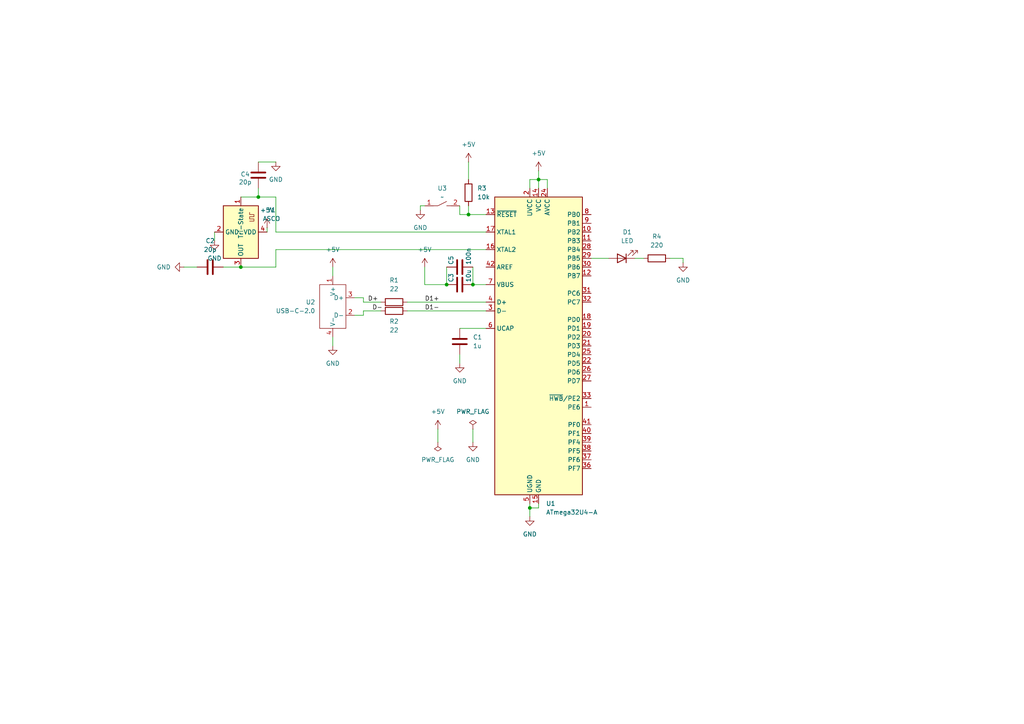
<source format=kicad_sch>
(kicad_sch (version 20250114) (generator "eeschema") (generator_version "9.0")
  (paper "A4")
  (lib_symbols
    (symbol "Device:C" (pin_numbers (hide yes)) (pin_names (offset 0.254))
      (property "Reference" "C" (at 0.635 2.54 0))
      (property "Value" "C" (at 0.635 -2.54 0))
      (symbol "C_0_1"
        (polyline (pts (xy -2.032 0.762) (xy 2.032 0.762)) (stroke (width 0.508)))
        (polyline (pts (xy -2.032 -0.762) (xy 2.032 -0.762)) (stroke (width 0.508)))
      )
      (symbol "C_1_1"
        (pin passive line (at 0 3.81 270) (length 2.794) (name "~") (number "1"))
        (pin passive line (at 0 -3.81 90) (length 2.794) (name "~") (number "2"))
      )
    )
    (symbol "Device:LED" (pin_numbers (hide yes)) (pin_names (offset 1.016) (hide yes))
      (property "Reference" "D" (at 0 2.54 0))
      (property "Value" "LED" (at 0 -2.54 0))
      (symbol "LED_0_1"
        (polyline (pts (xy -3.048 -0.762) (xy -4.572 -2.286) (xy -3.81 -2.286) (xy -4.572 -2.286) (xy -4.572 -1.524)))
        (polyline (pts (xy -1.778 -0.762) (xy -3.302 -2.286) (xy -2.54 -2.286) (xy -3.302 -2.286) (xy -3.302 -1.524)))
        (polyline (pts (xy -1.27 0) (xy 1.27 0)))
        (polyline (pts (xy -1.27 -1.27) (xy -1.27 1.27)) (stroke (width 0.254)))
        (polyline (pts (xy 1.27 -1.27) (xy 1.27 1.27) (xy -1.27 0) (xy 1.27 -1.27)) (stroke (width 0.254)))
      )
      (symbol "LED_1_1"
        (pin passive line (at -3.81 0 0) (length 2.54) (name "K") (number "1"))
        (pin passive line (at 3.81 0 180) (length 2.54) (name "A") (number "2"))
      )
    )
    (symbol "Device:R" (pin_numbers (hide yes)) (pin_names (offset 0))
      (property "Reference" "R" (at 2.032 0 90))
      (property "Value" "R" (at 0 0 90))
      (symbol "R_0_1"
        (rectangle (start -1.016 -2.54) (end 1.016 2.54) (stroke (width 0.254)))
      )
      (symbol "R_1_1"
        (pin passive line (at 0 3.81 270) (length 1.27) (name "~") (number "1"))
        (pin passive line (at 0 -3.81 90) (length 1.27) (name "~") (number "2"))
      )
    )
    (symbol "MCU_Microchip_ATmega:ATmega32U4-A"
      (property "Reference" "U" (at -12.7 44.45 0))
      (property "Value" "ATmega32U4-A" (at 2.54 -44.45 0))
      (symbol "ATmega32U4-A_0_1"
        (rectangle (start -12.7 -43.18) (end 12.7 43.18) (stroke (width 0.254)) (fill (type background)))
      )
      (symbol "ATmega32U4-A_1_1"
        (pin input line (at -15.24 38.1 0) (length 2.54) (name "~{RESET}") (number "13"))
        (pin input line (at -15.24 33.02 0) (length 2.54) (name "XTAL1") (number "17"))
        (pin output line (at -15.24 27.94 0) (length 2.54) (name "XTAL2") (number "16"))
        (pin passive line (at -15.24 22.86 0) (length 2.54) (name "AREF") (number "42"))
        (pin input line (at -15.24 17.78 0) (length 2.54) (name "VBUS") (number "7"))
        (pin bidirectional line (at -15.24 12.7 0) (length 2.54) (name "D+") (number "4"))
        (pin bidirectional line (at -15.24 10.16 0) (length 2.54) (name "D-") (number "3"))
        (pin passive line (at -15.24 5.08 0) (length 2.54) (name "UCAP") (number "6"))
        (pin power_in line (at -2.54 45.72 270) (length 2.54) (name "UVCC") (number "2"))
        (pin passive line (at -2.54 -45.72 90) (length 2.54) (name "UGND") (number "5"))
        (pin power_in line (at 0 45.72 270) (length 2.54) (name "VCC") (number "14"))
        (pin passive line (at 0 45.72 270) (length 2.54) (hide yes) (name "VCC") (number "34"))
        (pin power_in line (at 0 -45.72 90) (length 2.54) (name "GND") (number "15"))
        (pin passive line (at 0 -45.72 90) (length 2.54) (hide yes) (name "GND") (number "23"))
        (pin passive line (at 0 -45.72 90) (length 2.54) (hide yes) (name "GND") (number "35"))
        (pin passive line (at 0 -45.72 90) (length 2.54) (hide yes) (name "GND") (number "43"))
        (pin power_in line (at 2.54 45.72 270) (length 2.54) (name "AVCC") (number "24"))
        (pin passive line (at 2.54 45.72 270) (length 2.54) (hide yes) (name "AVCC") (number "44"))
        (pin bidirectional line (at 15.24 38.1 180) (length 2.54) (name "PB0") (number "8"))
        (pin bidirectional line (at 15.24 35.56 180) (length 2.54) (name "PB1") (number "9"))
        (pin bidirectional line (at 15.24 33.02 180) (length 2.54) (name "PB2") (number "10"))
        (pin bidirectional line (at 15.24 30.48 180) (length 2.54) (name "PB3") (number "11"))
        (pin bidirectional line (at 15.24 27.94 180) (length 2.54) (name "PB4") (number "28"))
        (pin bidirectional line (at 15.24 25.4 180) (length 2.54) (name "PB5") (number "29"))
        (pin bidirectional line (at 15.24 22.86 180) (length 2.54) (name "PB6") (number "30"))
        (pin bidirectional line (at 15.24 20.32 180) (length 2.54) (name "PB7") (number "12"))
        (pin bidirectional line (at 15.24 15.24 180) (length 2.54) (name "PC6") (number "31"))
        (pin bidirectional line (at 15.24 12.7 180) (length 2.54) (name "PC7") (number "32"))
        (pin bidirectional line (at 15.24 7.62 180) (length 2.54) (name "PD0") (number "18"))
        (pin bidirectional line (at 15.24 5.08 180) (length 2.54) (name "PD1") (number "19"))
        (pin bidirectional line (at 15.24 2.54 180) (length 2.54) (name "PD2") (number "20"))
        (pin bidirectional line (at 15.24 0 180) (length 2.54) (name "PD3") (number "21"))
        (pin bidirectional line (at 15.24 -2.54 180) (length 2.54) (name "PD4") (number "25"))
        (pin bidirectional line (at 15.24 -5.08 180) (length 2.54) (name "PD5") (number "22"))
        (pin bidirectional line (at 15.24 -7.62 180) (length 2.54) (name "PD6") (number "26"))
        (pin bidirectional line (at 15.24 -10.16 180) (length 2.54) (name "PD7") (number "27"))
        (pin bidirectional line (at 15.24 -15.24 180) (length 2.54) (name "~{HWB}/PE2") (number "33"))
        (pin bidirectional line (at 15.24 -17.78 180) (length 2.54) (name "PE6") (number "1"))
        (pin bidirectional line (at 15.24 -22.86 180) (length 2.54) (name "PF0") (number "41"))
        (pin bidirectional line (at 15.24 -25.4 180) (length 2.54) (name "PF1") (number "40"))
        (pin bidirectional line (at 15.24 -27.94 180) (length 2.54) (name "PF4") (number "39"))
        (pin bidirectional line (at 15.24 -30.48 180) (length 2.54) (name "PF5") (number "38"))
        (pin bidirectional line (at 15.24 -33.02 180) (length 2.54) (name "PF6") (number "37"))
        (pin bidirectional line (at 15.24 -35.56 180) (length 2.54) (name "PF7") (number "36"))
      )
    )
    (symbol "Oscillator:ASCO"
      (property "Reference" "Y" (at -7.62 6.35 0))
      (property "Value" "ASCO" (at 1.27 -6.35 0))
      (symbol "ASCO_0_1"
        (rectangle (start -7.62 5.08) (end 7.62 -5.08) (stroke (width 0.254)) (fill (type background)))
        (polyline (pts (xy -5.715 2.54) (xy -5.08 2.54) (xy -5.08 3.81) (xy -4.445 3.81) (xy -4.445 2.54) (xy -3.81 2.54) (xy -3.81 3.81) (xy -3.175 3.81) (xy -3.175 2.54)))
      )
      (symbol "ASCO_1_1"
        (pin input line (at -10.16 0 0) (length 2.54) (name "Tri-State") (number "1"))
        (pin power_in line (at 0 7.62 270) (length 2.54) (name "VDD") (number "4"))
        (pin power_in line (at 0 -7.62 90) (length 2.54) (name "GND") (number "2"))
        (pin output line (at 10.16 0 180) (length 2.54) (name "OUT") (number "3"))
      )
    )
    (symbol "power:GND" (power) (pin_numbers (hide yes)) (pin_names (offset 0) (hide yes))
      (property "Value" "GND" (at 0 -3.81 0))
      (symbol "GND_0_1"
        (polyline (pts (xy 0 0) (xy 0 -1.27) (xy 1.27 -1.27) (xy 0 -2.54) (xy -1.27 -1.27) (xy 0 -1.27)))
      )
      (symbol "GND_1_1"
        (pin power_in line (at 0 0 270) (length 0) (name "~") (number "1"))
      )
    )
    (symbol "power:PWR_FLAG" (power) (pin_numbers (hide yes)) (pin_names (offset 0) (hide yes))
      (property "Value" "PWR_FLAG" (at 0 3.81 0))
      (symbol "PWR_FLAG_0_0"
        (pin power_out line (at 0 0 90) (length 0) (name "~") (number "1"))
      )
      (symbol "PWR_FLAG_0_1"
        (polyline (pts (xy 0 0) (xy 0 1.27) (xy -1.016 1.905) (xy 0 2.54) (xy 1.016 1.905) (xy 0 1.27)))
      )
    )
    (symbol "power:VBUS" (power) (pin_numbers (hide yes)) (pin_names (offset 0) (hide yes))
      (property "Value" "VBUS" (at 0 3.556 0))
      (symbol "VBUS_0_1"
        (polyline (pts (xy -0.762 1.27) (xy 0 2.54)))
        (polyline (pts (xy 0 2.54) (xy 0.762 1.27)))
        (polyline (pts (xy 0 0) (xy 0 2.54)))
      )
      (symbol "VBUS_1_1"
        (pin power_in line (at 0 0 90) (length 0) (name "~") (number "1"))
      )
    )
    (symbol "usb-c-2.0:switch"
      (property "Reference" "U" (at 0 0 0))
      (symbol "switch_0_1"
        (polyline (pts (xy -3.81 0) (xy 0 0) (xy 2.54 1.27)))
        (polyline (pts (xy 2.54 0) (xy 6.35 0)))
      )
      (symbol "switch_1_1"
        (pin bidirectional line (at -3.81 0 0) (length 2.54) (name "") (number "1"))
        (pin bidirectional line (at 6.35 0 180) (length 2.54) (name "") (number "2"))
      )
    )
    (symbol "usb-c-2.0:usb_c-2.0-MODULE"
      (property "Reference" "U" (at 0 0 0))
      (property "Value" "USB-C-2.0" (at -0.254 6.35 0))
      (symbol "usb_c-2.0-MODULE_0_1"
        (rectangle (start -6.35 3.81) (end 6.35 -3.81))
      )
      (symbol "usb_c-2.0-MODULE_1_1"
        (pin power_out line (at -8.89 0 0) (length 2.54) (name "V-") (number "4"))
        (pin bidirectional line (at -2.54 -6.35 90) (length 2.54) (name "D-") (number "2"))
        (pin bidirectional line (at 2.54 -6.35 90) (length 2.54) (name "D+") (number "3"))
        (pin power_in line (at 8.89 0 180) (length 2.54) (name "V+") (number "1"))
      )
    )
  )
  (junction (at 156.21 52.07))
  (junction (at 69.85 77.47))
  (junction (at 129.54 82.55))
  (junction (at 153.67 147.32))
  (junction (at 135.89 62.23))
  (junction (at 74.93 57.15))
  (junction (at 137.16 82.55))
  (wire (pts (xy 133.35 62.23) (xy 135.89 62.23)))
  (wire (pts (xy 156.21 52.07) (xy 158.75 52.07)))
  (wire (pts (xy 74.93 54.61) (xy 74.93 57.15)))
  (wire (pts (xy 53.34 77.47) (xy 57.15 77.47)))
  (wire (pts (xy 80.01 77.47) (xy 80.01 72.39)))
  (wire (pts (xy 105.41 87.63) (xy 105.41 86.36)))
  (wire (pts (xy 135.89 46.99) (xy 135.89 52.07)))
  (wire (pts (xy 184.15 74.93) (xy 186.69 74.93)))
  (wire (pts (xy 156.21 49.53) (xy 156.21 52.07)))
  (wire (pts (xy 129.54 77.47) (xy 129.54 82.55)))
  (wire (pts (xy 105.41 90.17) (xy 105.41 91.44)))
  (wire (pts (xy 118.11 87.63) (xy 140.97 87.63)))
  (wire (pts (xy 62.23 67.31) (xy 62.23 69.85)))
  (wire (pts (xy 153.67 147.32) (xy 156.21 147.32)))
  (wire (pts (xy 77.47 66.04) (xy 77.47 67.31)))
  (wire (pts (xy 158.75 52.07) (xy 158.75 54.61)))
  (wire (pts (xy 121.92 59.69) (xy 121.92 60.96)))
  (wire (pts (xy 153.67 146.05) (xy 153.67 147.32)))
  (wire (pts (xy 118.11 90.17) (xy 140.97 90.17)))
  (wire (pts (xy 135.89 59.69) (xy 135.89 62.23)))
  (wire (pts (xy 153.67 52.07) (xy 153.67 54.61)))
  (wire (pts (xy 194.31 74.93) (xy 198.12 74.93)))
  (wire (pts (xy 129.54 82.55) (xy 123.19 82.55)))
  (wire (pts (xy 121.92 59.69) (xy 123.19 59.69)))
  (wire (pts (xy 64.77 77.47) (xy 69.85 77.47)))
  (wire (pts (xy 137.16 124.46) (xy 137.16 128.27)))
  (wire (pts (xy 105.41 90.17) (xy 110.49 90.17)))
  (wire (pts (xy 74.93 57.15) (xy 80.01 57.15)))
  (wire (pts (xy 80.01 67.31) (xy 140.97 67.31)))
  (wire (pts (xy 105.41 91.44) (xy 102.87 91.44)))
  (wire (pts (xy 156.21 52.07) (xy 156.21 54.61)))
  (wire (pts (xy 137.16 77.47) (xy 137.16 82.55)))
  (wire (pts (xy 105.41 87.63) (xy 110.49 87.63)))
  (wire (pts (xy 153.67 147.32) (xy 153.67 149.86)))
  (wire (pts (xy 133.35 59.69) (xy 133.35 62.23)))
  (wire (pts (xy 69.85 77.47) (xy 80.01 77.47)))
  (wire (pts (xy 137.16 82.55) (xy 140.97 82.55)))
  (wire (pts (xy 171.45 74.93) (xy 176.53 74.93)))
  (wire (pts (xy 96.52 77.47) (xy 96.52 80.01)))
  (wire (pts (xy 123.19 82.55) (xy 123.19 77.47)))
  (wire (pts (xy 156.21 52.07) (xy 153.67 52.07)))
  (wire (pts (xy 74.93 46.99) (xy 80.01 46.99)))
  (wire (pts (xy 127 124.46) (xy 127 128.27)))
  (wire (pts (xy 105.41 86.36) (xy 102.87 86.36)))
  (wire (pts (xy 133.35 95.25) (xy 140.97 95.25)))
  (wire (pts (xy 198.12 74.93) (xy 198.12 76.2)))
  (wire (pts (xy 135.89 62.23) (xy 140.97 62.23)))
  (wire (pts (xy 80.01 72.39) (xy 140.97 72.39)))
  (wire (pts (xy 133.35 102.87) (xy 133.35 105.41)))
  (wire (pts (xy 156.21 147.32) (xy 156.21 146.05)))
  (wire (pts (xy 96.52 97.79) (xy 96.52 100.33)))
  (wire (pts (xy 80.01 57.15) (xy 80.01 67.31)))
  (wire (pts (xy 69.85 57.15) (xy 74.93 57.15)))
  (label "D+" (at 106.68 87.63 0))
  (label "D1-" (at 123.19 90.17 0))
  (label "D-" (at 107.95 90.17 0))
  (label "D1+" (at 123.19 87.63 0))
  (symbol (lib_id "Device:R") (at 135.89 55.88 0) (unit 1)
    (property "Reference" "R3" (at 138.43 54.6099 0) (effects (justify left)))
    (property "Value" "10k" (at 138.43 57.1499 0) (effects (justify left)))
    (property "Footprint" "Resistor_SMD:R_0805_2012Metric_Pad1.20x1.40mm_HandSolder" (effects (hide yes)))
    (property "Description" "Resistor" (effects (hide yes)))
  )
  (symbol (lib_id "power:GND") (at 53.34 77.47 270) (unit 1)
    (property "Reference" "#PWR011" (effects (hide yes)))
    (property "Value" "GND" (at 49.53 77.4699 90) (effects (justify right)))
    (property "Description" "Power symbol creates a global label with name \"GND\" , ground" (effects (hide yes)))
  )
  (symbol (lib_id "power:GND") (at 133.35 105.41 0) (unit 1)
    (property "Reference" "#PWR01" (effects (hide yes)))
    (property "Value" "GND" (at 133.35 110.49 0))
    (property "Description" "Power symbol creates a global label with name \"GND\" , ground" (effects (hide yes)))
  )
  (symbol (lib_id "power:VBUS") (at 156.21 49.53 0) (unit 1)
    (property "Reference" "#PWR04" (effects (hide yes)))
    (property "Value" "+5V" (at 156.21 44.45 0))
    (property "Description" "Power symbol creates a global label with name \"VBUS\"" (effects (hide yes)))
  )
  (symbol (lib_id "Device:R") (at 190.5 74.93 270) (unit 1)
    (property "Reference" "R4" (at 190.5 68.58 90))
    (property "Value" "220" (at 190.5 71.12 90))
    (property "Footprint" "Resistor_SMD:R_0805_2012Metric_Pad1.20x1.40mm_HandSolder" (effects (hide yes)))
    (property "Description" "Resistor" (effects (hide yes)))
  )
  (symbol (lib_id "power:VBUS") (at 96.52 77.47 0) (unit 1)
    (property "Reference" "#PWR07" (effects (hide yes)))
    (property "Value" "+5V" (at 96.52 72.39 0))
    (property "Description" "Power symbol creates a global label with name \"VBUS\"" (effects (hide yes)))
  )
  (symbol (lib_id "MCU_Microchip_ATmega:ATmega32U4-A") (at 156.21 100.33 0) (unit 1)
    (property "Reference" "U1" (at 158.3533 146.05 0) (effects (justify left)))
    (property "Value" "ATmega32U4-A" (at 158.3533 148.59 0) (effects (justify left)))
    (property "Footprint" "Package_QFP:TQFP-44_10x10mm_P0.8mm" (effects (hide yes)))
    (property "Datasheet" "http://ww1.microchip.com/downloads/en/DeviceDoc/Atmel-7766-8-bit-AVR-ATmega16U4-32U4_Datasheet.pdf" (effects (hide yes)))
    (property "Description" "16MHz, 32kB Flash, 2.5kB SRAM, 1kB EEPROM, USB 2.0, TQFP-44" (effects (hide yes)))
  )
  (symbol (lib_id "power:GND") (at 153.67 149.86 0) (unit 1)
    (property "Reference" "#PWR02" (effects (hide yes)))
    (property "Value" "GND" (at 153.67 154.94 0))
    (property "Description" "Power symbol creates a global label with name \"GND\" , ground" (effects (hide yes)))
  )
  (symbol (lib_id "Device:C") (at 60.96 77.47 270) (unit 1)
    (property "Reference" "C2" (at 60.96 69.85 90))
    (property "Value" "20p" (at 60.96 72.39 90))
    (property "Footprint" "Capacitor_SMD:C_0805_2012Metric_Pad1.18x1.45mm_HandSolder" (effects (hide yes)))
    (property "Description" "Unpolarized capacitor" (effects (hide yes)))
  )
  (symbol (lib_id "Device:C") (at 133.35 82.55 90) (unit 1)
    (property "Reference" "C3" (at 130.81 81.915 0) (effects (justify left)))
    (property "Value" "10u" (at 135.89 81.915 0) (effects (justify left)))
    (property "Footprint" "Capacitor_SMD:C_0805_2012Metric_Pad1.18x1.45mm_HandSolder" (effects (hide yes)))
    (property "Description" "Unpolarized capacitor" (effects (hide yes)))
  )
  (symbol (lib_id "power:GND") (at 96.52 100.33 0) (unit 1)
    (property "Reference" "#PWR08" (effects (hide yes)))
    (property "Value" "GND" (at 96.52 105.41 0))
    (property "Description" "Power symbol creates a global label with name \"GND\" , ground" (effects (hide yes)))
  )
  (symbol (lib_id "power:GND") (at 137.16 128.27 0) (unit 1)
    (property "Reference" "#PWR03" (effects (hide yes)))
    (property "Value" "GND" (at 137.16 133.35 0))
    (property "Description" "Power symbol creates a global label with name \"GND\" , ground" (effects (hide yes)))
  )
  (symbol (lib_id "Device:R") (at 114.3 90.17 270) (unit 1)
    (property "Reference" "R2" (at 114.3 93.218 90))
    (property "Value" "22" (at 114.3 95.758 90))
    (property "Footprint" "Resistor_SMD:R_0805_2012Metric_Pad1.20x1.40mm_HandSolder" (effects (hide yes)))
    (property "Description" "Resistor" (effects (hide yes)))
  )
  (symbol (lib_id "usb-c-2.0:usb_c-2.0-MODULE") (at 96.52 88.9 90) (unit 1)
    (property "Reference" "U2" (at 91.44 87.6299 90) (effects (justify left)))
    (property "Value" "USB-C-2.0" (at 91.44 90.1699 90) (effects (justify left)))
    (property "Footprint" "usb-c-2.0:usb-c-2.0-MODULE" (effects (hide yes)))
  )
  (symbol (lib_id "power:GND") (at 80.01 46.99 0) (unit 1)
    (property "Reference" "#PWR012" (effects (hide yes)))
    (property "Value" "GND" (at 80.01 52.07 0))
    (property "Description" "Power symbol creates a global label with name \"GND\" , ground" (effects (hide yes)))
  )
  (symbol (lib_id "power:PWR_FLAG") (at 127 128.27 180) (unit 1)
    (property "Reference" "#FLG02" (effects (hide yes)))
    (property "Value" "PWR_FLAG" (at 127 133.35 0))
    (property "Description" "Special symbol for telling ERC where power comes from" (effects (hide yes)))
  )
  (symbol (lib_id "power:VBUS") (at 77.47 66.04 0) (unit 1)
    (property "Reference" "#PWR09" (effects (hide yes)))
    (property "Value" "+5V" (at 77.47 60.96 0))
    (property "Description" "Power symbol creates a global label with name \"VBUS\"" (effects (hide yes)))
  )
  (symbol (lib_id "Device:LED") (at 180.34 74.93 180) (unit 1)
    (property "Reference" "D1" (at 181.9275 67.31 0))
    (property "Value" "LED" (at 181.9275 69.85 0))
    (property "Footprint" "LED_SMD:LED_0805_2012Metric_Pad1.15x1.40mm_HandSolder" (effects (hide yes)))
    (property "Description" "Light emitting diode" (effects (hide yes)))
    (property "Sim.Pins" "1=K 2=A" (effects (hide yes)))
  )
  (symbol (lib_id "power:PWR_FLAG") (at 137.16 124.46 0) (unit 1)
    (property "Reference" "#FLG01" (effects (hide yes)))
    (property "Value" "PWR_FLAG" (at 137.16 119.38 0))
    (property "Description" "Special symbol for telling ERC where power comes from" (effects (hide yes)))
  )
  (symbol (lib_id "power:VBUS") (at 127 124.46 0) (unit 1)
    (property "Reference" "#PWR05" (effects (hide yes)))
    (property "Value" "+5V" (at 127 119.38 0))
    (property "Description" "Power symbol creates a global label with name \"VBUS\"" (effects (hide yes)))
  )
  (symbol (lib_id "Device:C") (at 133.35 77.47 90) (unit 1)
    (property "Reference" "C5" (at 130.81 76.835 0) (effects (justify left)))
    (property "Value" "100n" (at 135.89 76.835 0) (effects (justify left)))
    (property "Footprint" "Capacitor_SMD:C_0805_2012Metric_Pad1.18x1.45mm_HandSolder" (effects (hide yes)))
    (property "Description" "Unpolarized capacitor" (effects (hide yes)))
  )
  (symbol (lib_id "power:GND") (at 198.12 76.2 0) (unit 1)
    (property "Reference" "#PWR016" (effects (hide yes)))
    (property "Value" "GND" (at 198.12 81.28 0))
    (property "Description" "Power symbol creates a global label with name \"GND\" , ground" (effects (hide yes)))
  )
  (symbol (lib_id "Device:C") (at 74.93 50.8 180) (unit 1)
    (property "Reference" "C4" (at 71.12 50.546 0))
    (property "Value" "20p" (at 71.12 52.832 0))
    (property "Footprint" "Capacitor_SMD:C_0805_2012Metric_Pad1.18x1.45mm_HandSolder" (effects (hide yes)))
    (property "Description" "Unpolarized capacitor" (effects (hide yes)))
  )
  (symbol (lib_id "power:GND") (at 121.92 60.96 0) (unit 1)
    (property "Reference" "#PWR014" (effects (hide yes)))
    (property "Value" "GND" (at 121.92 66.04 0))
    (property "Description" "Power symbol creates a global label with name \"GND\" , ground" (effects (hide yes)))
  )
  (symbol (lib_id "Device:C") (at 133.35 99.06 0) (unit 1)
    (property "Reference" "C1" (at 137.16 97.7899 0) (effects (justify left)))
    (property "Value" "1u" (at 137.16 100.3299 0) (effects (justify left)))
    (property "Footprint" "Capacitor_SMD:C_0805_2012Metric_Pad1.18x1.45mm_HandSolder" (effects (hide yes)))
    (property "Description" "Unpolarized capacitor" (effects (hide yes)))
  )
  (symbol (lib_id "Device:R") (at 114.3 87.63 270) (unit 1)
    (property "Reference" "R1" (at 114.3 81.28 90))
    (property "Value" "22" (at 114.3 83.82 90))
    (property "Footprint" "Resistor_SMD:R_0805_2012Metric_Pad1.20x1.40mm_HandSolder" (effects (hide yes)))
    (property "Description" "Resistor" (effects (hide yes)))
  )
  (symbol (lib_id "power:VBUS") (at 123.19 77.47 0) (unit 1)
    (property "Reference" "#PWR015" (effects (hide yes)))
    (property "Value" "+5V" (at 123.19 72.39 0))
    (property "Description" "Power symbol creates a global label with name \"VBUS\"" (effects (hide yes)))
  )
  (symbol (lib_id "Oscillator:ASCO") (at 69.85 67.31 270) (unit 1)
    (property "Reference" "Y1" (at 78.74 60.8898 90))
    (property "Value" "ASCO" (at 78.74 63.4298 90))
    (property "Footprint" "Crystal:Crystal_SMD_3225-4Pin_3.2x2.5mm_HandSoldering" (effects (hide yes)))
    (property "Datasheet" "https://abracon.com/Oscillators/ASCO.pdf" (effects (hide yes)))
    (property "Description" "Crystal Clock Oscillator, Abracon ASCO" (effects (hide yes)))
  )
  (symbol (lib_id "usb-c-2.0:switch") (at 127 59.69 0) (unit 1)
    (property "Reference" "U3" (at 128.27 54.61 0))
    (property "Value" "~" (at 128.27 57.15 0))
    (property "Footprint" "usb-c-2.0:switch" (effects (hide yes)))
  )
  (symbol (lib_id "power:GND") (at 62.23 69.85 0) (unit 1)
    (property "Reference" "#PWR010" (effects (hide yes)))
    (property "Value" "GND" (at 62.23 74.93 0))
    (property "Description" "Power symbol creates a global label with name \"GND\" , ground" (effects (hide yes)))
  )
  (symbol (lib_id "power:VBUS") (at 135.89 46.99 0) (unit 1)
    (property "Reference" "#PWR013" (effects (hide yes)))
    (property "Value" "+5V" (at 135.89 41.91 0))
    (property "Description" "Power symbol creates a global label with name \"VBUS\"" (effects (hide yes)))
  )
)
</source>
